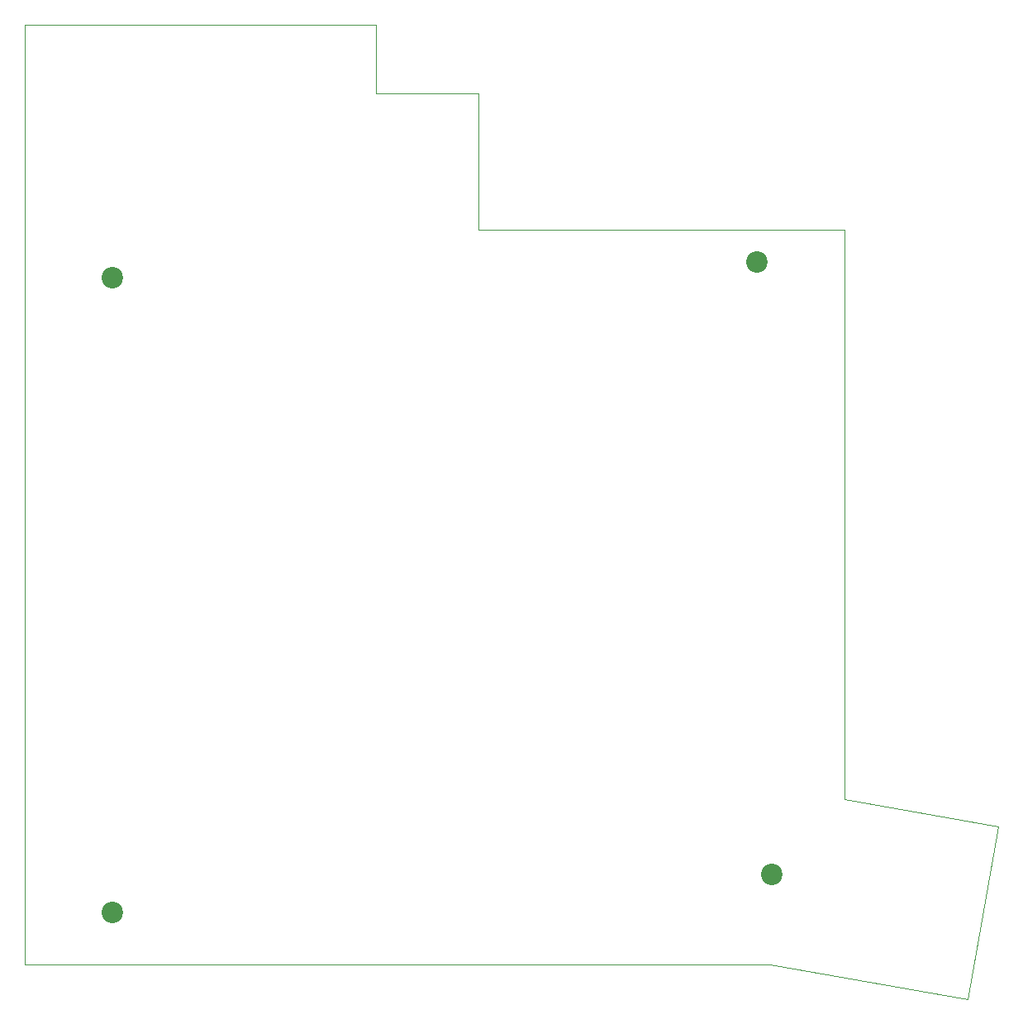
<source format=gbs>
%TF.GenerationSoftware,KiCad,Pcbnew,(6.0.9)*%
%TF.CreationDate,2023-01-03T16:44:31+09:00*%
%TF.ProjectId,split-mini__bottom,73706c69-742d-46d6-996e-695f5f626f74,rev?*%
%TF.SameCoordinates,Original*%
%TF.FileFunction,Soldermask,Bot*%
%TF.FilePolarity,Negative*%
%FSLAX46Y46*%
G04 Gerber Fmt 4.6, Leading zero omitted, Abs format (unit mm)*
G04 Created by KiCad (PCBNEW (6.0.9)) date 2023-01-03 16:44:31*
%MOMM*%
%LPD*%
G01*
G04 APERTURE LIST*
%TA.AperFunction,Profile*%
%ADD10C,0.100000*%
%TD*%
%ADD11C,2.200000*%
G04 APERTURE END LIST*
D10*
X66450000Y-22475000D02*
X66450000Y-36475000D01*
X19950000Y-111725000D02*
X96323180Y-111725000D01*
X103950000Y-94792135D02*
X103950000Y-36475000D01*
X96323180Y-111725000D02*
X116541504Y-115290036D01*
X66450000Y-36475000D02*
X103950000Y-36475000D01*
X55950000Y-15475000D02*
X55950000Y-22475000D01*
X55950000Y-15475000D02*
X19950000Y-15475000D01*
X116541504Y-115290036D02*
X119667171Y-97563496D01*
X66450000Y-22475000D02*
X55950000Y-22475000D01*
X119667171Y-97563496D02*
X103950000Y-94792135D01*
X19950000Y-15475000D02*
X19950000Y-111725000D01*
D11*
%TO.C,HOLE3*%
X94950000Y-39775000D03*
%TD*%
%TO.C,HOLE4*%
X28925000Y-106375000D03*
%TD*%
%TO.C,HOLE2*%
X96450000Y-102475000D03*
%TD*%
%TO.C,HOLE1*%
X28950000Y-41375000D03*
%TD*%
M02*

</source>
